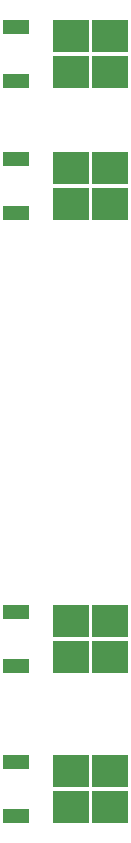
<source format=gbr>
%TF.GenerationSoftware,KiCad,Pcbnew,(6.0.0)*%
%TF.CreationDate,2022-06-21T21:01:45-05:00*%
%TF.ProjectId,Teensey_cube4^3,5465656e-7365-4795-9f63-756265345e33,rev?*%
%TF.SameCoordinates,Original*%
%TF.FileFunction,Paste,Bot*%
%TF.FilePolarity,Positive*%
%FSLAX46Y46*%
G04 Gerber Fmt 4.6, Leading zero omitted, Abs format (unit mm)*
G04 Created by KiCad (PCBNEW (6.0.0)) date 2022-06-21 21:01:45*
%MOMM*%
%LPD*%
G01*
G04 APERTURE LIST*
%ADD10R,3.050000X2.750000*%
%ADD11R,2.200000X1.200000*%
G04 APERTURE END LIST*
D10*
%TO.C,Q3*%
X181575000Y-69595000D03*
X178225000Y-72645000D03*
X181575000Y-72645000D03*
X178225000Y-69595000D03*
D11*
X173600000Y-73400000D03*
X173600000Y-68840000D03*
%TD*%
D10*
%TO.C,Q1*%
X181575000Y-119125000D03*
X178225000Y-119125000D03*
X181575000Y-122175000D03*
X178225000Y-122175000D03*
D11*
X173600000Y-122930000D03*
X173600000Y-118370000D03*
%TD*%
D10*
%TO.C,Q2*%
X181575000Y-80770000D03*
X181575000Y-83820000D03*
X178225000Y-80770000D03*
X178225000Y-83820000D03*
D11*
X173600000Y-84575000D03*
X173600000Y-80015000D03*
%TD*%
D10*
%TO.C,Q0*%
X181575000Y-134875000D03*
X178225000Y-134875000D03*
X178225000Y-131825000D03*
X181575000Y-131825000D03*
D11*
X173600000Y-135630000D03*
X173600000Y-131070000D03*
%TD*%
M02*

</source>
